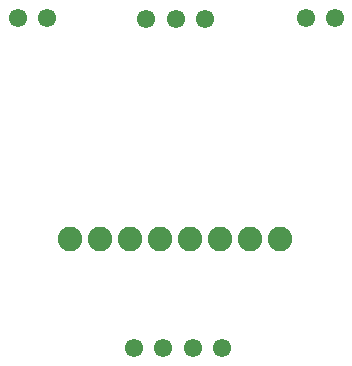
<source format=gbr>
G04 EAGLE Gerber RS-274X export*
G75*
%MOMM*%
%FSLAX34Y34*%
%LPD*%
%INSoldermask Bottom*%
%IPPOS*%
%AMOC8*
5,1,8,0,0,1.08239X$1,22.5*%
G01*
G04 Define Apertures*
%ADD10C,2.082800*%
%ADD11C,1.551200*%
D10*
X127000Y152077D03*
X152400Y152077D03*
X177800Y152077D03*
X203200Y152077D03*
X228600Y152077D03*
X254000Y152077D03*
X279400Y152077D03*
X304800Y152077D03*
D11*
X107188Y339344D03*
X82188Y339344D03*
X351028Y339090D03*
X326028Y339090D03*
X255524Y59944D03*
X230524Y59944D03*
X205524Y59944D03*
X180524Y59944D03*
X191008Y338582D03*
X216008Y338582D03*
X241008Y338582D03*
M02*

</source>
